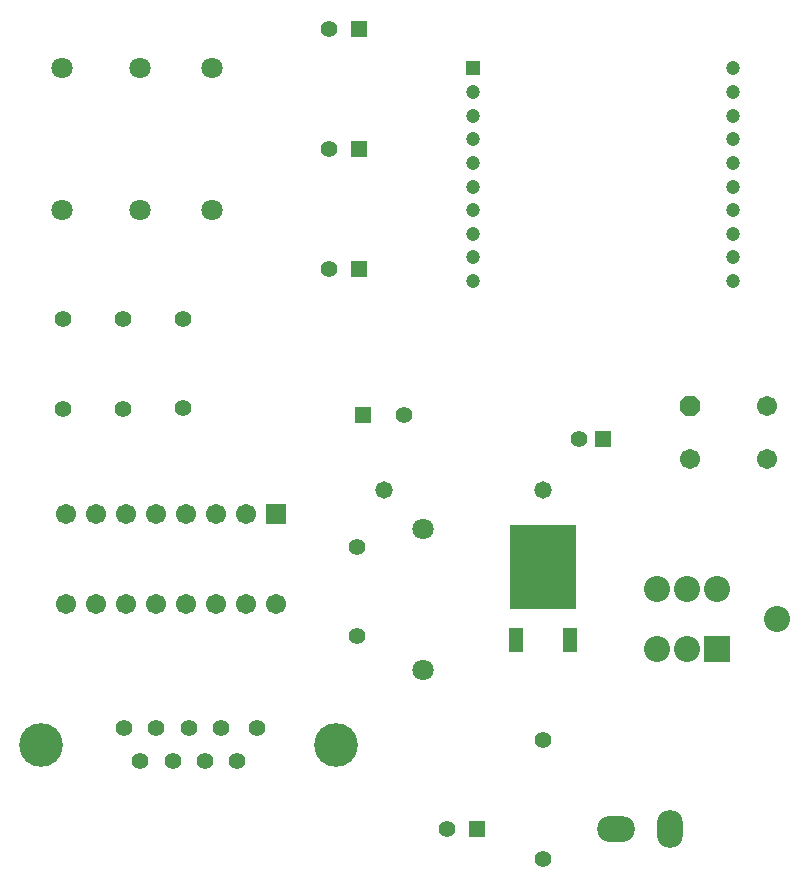
<source format=gts>
%FSLAX44Y44*%
%MOMM*%
G71*
G01*
G75*
G04 Layer_Color=8388736*
%ADD10R,5.5000X6.9000*%
%ADD11R,0.9500X1.9000*%
%ADD12C,1.0000*%
%ADD13O,2.0000X3.0000*%
%ADD14O,3.0000X2.0000*%
%ADD15C,1.0000*%
%ADD16R,1.0000X1.0000*%
%ADD17R,2.0000X2.0000*%
%ADD18C,2.0000*%
%ADD19C,1.2000*%
%ADD20C,3.5000*%
%ADD21R,1.5000X1.5000*%
%ADD22C,1.5000*%
%ADD23R,1.2000X1.2000*%
%ADD24C,1.6000*%
%ADD25C,1.5000*%
%ADD26P,1.6236X8X202.5*%
%ADD27C,1.2700*%
%ADD28C,0.2540*%
%ADD29C,0.2000*%
%ADD30C,0.2500*%
%ADD31R,19.0754X0.2794*%
%ADD32R,1.9558X0.0254*%
%ADD33R,1.1430X0.0254*%
%ADD34R,3.9116X0.0254*%
%ADD35R,1.9812X0.0254*%
%ADD36R,1.1684X0.0254*%
%ADD37R,3.9624X0.0254*%
%ADD38R,2.0066X0.1270*%
%ADD39R,1.2192X0.1270*%
%ADD40R,4.0132X0.0254*%
%ADD41R,4.1148X0.0254*%
%ADD42R,4.1402X0.0254*%
%ADD43R,4.2164X0.0254*%
%ADD44R,4.2418X0.0508*%
%ADD45R,1.2192X0.0254*%
%ADD46R,0.2032X0.0254*%
%ADD47R,0.2540X0.0254*%
%ADD48R,0.3556X0.0254*%
%ADD49R,0.2032X0.3048*%
%ADD50R,0.4318X0.0254*%
%ADD51R,0.2286X0.0254*%
%ADD52R,0.1778X0.0254*%
%ADD53R,0.2286X0.0508*%
%ADD54R,0.4064X0.0254*%
%ADD55R,0.2794X0.0254*%
%ADD56R,0.2032X0.1524*%
%ADD57R,0.2540X0.0508*%
%ADD58R,0.3556X0.0508*%
%ADD59R,0.3048X0.0254*%
%ADD60R,0.2794X0.0508*%
%ADD61R,0.3302X0.0508*%
%ADD62R,0.3302X0.0254*%
%ADD63R,0.2032X0.5334*%
%ADD64R,0.2286X0.0762*%
%ADD65R,0.2286X0.1270*%
%ADD66R,0.3048X0.0508*%
%ADD67R,1.6002X0.0254*%
%ADD68R,1.6256X0.0254*%
%ADD69R,0.2540X0.0762*%
%ADD70R,1.7018X0.0254*%
%ADD71R,1.8034X0.0508*%
%ADD72R,1.8288X0.0254*%
%ADD73R,0.2032X0.0508*%
%ADD74R,1.8796X0.0254*%
%ADD75R,1.9050X0.0508*%
%ADD76R,0.2032X0.1016*%
%ADD77R,0.2032X0.1778*%
%ADD78R,0.2286X0.1016*%
%ADD79R,2.8194X0.0254*%
%ADD80R,2.7940X0.0254*%
%ADD81R,0.2032X0.1270*%
%ADD82R,2.8448X0.0254*%
%ADD83R,0.2032X0.0762*%
%ADD84R,3.0988X0.0254*%
%ADD85R,3.0226X0.0254*%
%ADD86R,3.1750X0.0254*%
%ADD87R,3.2258X0.0254*%
%ADD88R,3.1496X0.0254*%
%ADD89R,0.5334X0.0254*%
%ADD90R,3.4036X0.0254*%
%ADD91R,3.3782X0.0508*%
%ADD92R,0.5080X0.0254*%
%ADD93R,3.4290X0.0254*%
%ADD94R,0.4572X0.0254*%
%ADD95R,3.4798X0.0254*%
%ADD96R,0.5588X0.0508*%
%ADD97R,0.3810X0.0254*%
%ADD98R,0.4826X0.0254*%
%ADD99R,1.4478X0.0508*%
%ADD100R,1.4732X0.0254*%
%ADD101R,1.4986X0.0254*%
%ADD102R,1.5494X0.0254*%
%ADD103R,1.6002X0.0508*%
%ADD104R,1.6256X0.0508*%
%ADD105R,1.6764X0.0762*%
%ADD106R,1.6510X0.0254*%
%ADD107R,1.7018X0.0508*%
%ADD108R,1.9050X0.0254*%
%ADD109R,1.9304X0.0508*%
%ADD110R,0.2794X0.1016*%
%ADD111R,1.8034X0.0254*%
%ADD112R,0.2794X0.0762*%
%ADD113R,1.7780X0.0254*%
%ADD114R,1.7526X0.0254*%
%ADD115R,1.5240X0.0254*%
%ADD116R,0.2032X0.2032*%
%ADD117R,0.8382X0.0254*%
%ADD118R,0.8128X0.0254*%
%ADD119R,0.8890X0.0254*%
%ADD120R,0.9652X0.0254*%
%ADD121R,0.9398X0.0254*%
%ADD122R,0.8636X0.0254*%
%ADD123R,0.9144X0.0254*%
%ADD124R,0.2540X0.1016*%
%ADD125R,0.4318X0.0508*%
%ADD126R,1.8288X0.0508*%
%ADD127R,1.8796X0.0762*%
%ADD128R,0.2286X0.3810*%
%ADD129R,1.4478X0.0254*%
%ADD130R,1.6764X0.1778*%
%ADD131R,1.6764X0.0254*%
%ADD132R,1.6510X0.0762*%
%ADD133R,1.5748X0.0254*%
%ADD134R,0.0254X0.0254*%
%ADD135R,0.0508X0.0254*%
%ADD136R,0.1270X0.0254*%
%ADD137R,0.1524X0.0254*%
%ADD138R,2.5146X0.0254*%
%ADD139R,0.5334X0.0508*%
%ADD140R,2.8702X0.0254*%
%ADD141R,2.8956X0.0254*%
%ADD142R,2.9210X0.1016*%
%ADD143R,2.8956X0.0508*%
%ADD144R,2.9210X0.0254*%
%ADD145R,2.8194X0.0508*%
%ADD146R,2.8448X0.0508*%
%ADD147R,0.2286X0.5842*%
%ADD148R,0.2032X0.4318*%
%ADD149R,1.9558X0.0508*%
%ADD150R,0.3810X0.0508*%
%ADD151R,2.7686X0.0254*%
%ADD152R,2.7432X0.0254*%
%ADD153R,2.4384X0.0254*%
%ADD154R,2.6670X0.0254*%
%ADD155R,0.2032X0.3302*%
%ADD156R,2.3876X0.0254*%
%ADD157R,2.6416X0.0254*%
%ADD158R,1.2446X0.0508*%
%ADD159R,6.2738X0.0254*%
%ADD160R,3.7338X0.0254*%
%ADD161R,3.7592X0.0254*%
%ADD162R,6.2484X0.0254*%
%ADD163R,3.7084X0.0254*%
%ADD164R,1.2446X0.1016*%
%ADD165R,6.1976X0.0254*%
%ADD166R,3.6322X0.0254*%
%ADD167R,3.6830X0.0254*%
%ADD168R,6.1722X0.0254*%
%ADD169R,3.6068X0.0254*%
%ADD170R,3.6068X0.0508*%
%ADD171R,6.1468X0.0254*%
%ADD172R,3.5814X0.0254*%
%ADD173R,6.0198X0.0254*%
%ADD174R,3.4544X0.0508*%
%ADD175R,5.9944X0.0254*%
%ADD176R,3.4544X0.0254*%
%ADD177R,5.9182X0.0254*%
%ADD178R,3.3782X0.0254*%
%ADD179R,18.9738X0.0254*%
%ADD180R,19.0754X0.3302*%
%ADD181R,1.9300X1.2040*%
%ADD182R,5.7032X7.1032*%
%ADD183R,1.1532X2.1032*%
%ADD184O,2.2032X3.2032*%
%ADD185O,3.2032X2.2032*%
%ADD186C,1.2032*%
%ADD187R,1.2032X1.2032*%
%ADD188R,2.2032X2.2032*%
%ADD189C,2.2032*%
%ADD190C,1.4032*%
%ADD191C,3.7032*%
%ADD192R,1.7032X1.7032*%
%ADD193C,1.7032*%
%ADD194R,1.4032X1.4032*%
%ADD195C,1.8032*%
%ADD196C,1.7032*%
%ADD197P,1.8435X8X202.5*%
%ADD198C,1.4732*%
G54D182*
X1417200Y1012500D02*
D03*
G54D183*
X1440000Y950500D02*
D03*
X1394400D02*
D03*
G54D184*
X1524520Y790800D02*
D03*
G54D185*
X1479560D02*
D03*
G54D186*
X1578000Y1434360D02*
D03*
Y1414360D02*
D03*
Y1394360D02*
D03*
Y1374360D02*
D03*
Y1354360D02*
D03*
Y1334360D02*
D03*
Y1314360D02*
D03*
Y1294360D02*
D03*
Y1274360D02*
D03*
Y1254360D02*
D03*
X1358000Y1414360D02*
D03*
Y1394360D02*
D03*
Y1374360D02*
D03*
Y1354360D02*
D03*
Y1334360D02*
D03*
Y1314360D02*
D03*
Y1294360D02*
D03*
Y1274360D02*
D03*
Y1254360D02*
D03*
G54D187*
Y1434360D02*
D03*
G54D188*
X1564520Y943200D02*
D03*
G54D189*
X1615320Y968600D02*
D03*
X1539120Y943200D02*
D03*
X1564520Y994000D02*
D03*
X1513720D02*
D03*
X1539120D02*
D03*
X1513720Y943200D02*
D03*
G54D190*
X1112400Y1222600D02*
D03*
Y1146600D02*
D03*
X1259720Y1029560D02*
D03*
Y953560D02*
D03*
X1158580Y847720D02*
D03*
X1131180D02*
D03*
X1103780D02*
D03*
X1076380D02*
D03*
X1175280Y876120D02*
D03*
X1144880D02*
D03*
X1062680D02*
D03*
X1090080D02*
D03*
X1117480D02*
D03*
X1061600Y1146400D02*
D03*
Y1222400D02*
D03*
X1010800Y1146400D02*
D03*
Y1222400D02*
D03*
X1417200Y865400D02*
D03*
Y765400D02*
D03*
X1299800Y1141320D02*
D03*
X1448000Y1121000D02*
D03*
X1235980Y1264220D02*
D03*
X1335920Y790800D02*
D03*
X1235980Y1365820D02*
D03*
Y1467420D02*
D03*
G54D191*
X1242480Y861920D02*
D03*
X992480D02*
D03*
G54D192*
X1191140Y1057500D02*
D03*
G54D193*
X1165740D02*
D03*
X1140340D02*
D03*
X1114940D02*
D03*
X1089540D02*
D03*
X1064140D02*
D03*
X1038740D02*
D03*
X1013340D02*
D03*
X1191140Y981300D02*
D03*
X1165740D02*
D03*
X1140340D02*
D03*
X1114940D02*
D03*
X1089540D02*
D03*
X1064140D02*
D03*
X1038740D02*
D03*
X1013340D02*
D03*
G54D194*
X1264800Y1141320D02*
D03*
X1468000Y1121000D02*
D03*
X1261380Y1264220D02*
D03*
X1361320Y790800D02*
D03*
X1261380Y1365820D02*
D03*
Y1467420D02*
D03*
G54D195*
X1137300Y1314520D02*
D03*
Y1434520D02*
D03*
X1315600Y1044800D02*
D03*
Y924800D02*
D03*
X1076340Y1314520D02*
D03*
Y1434520D02*
D03*
X1010300Y1314520D02*
D03*
Y1434520D02*
D03*
G54D196*
X1607180Y1103580D02*
D03*
Y1148580D02*
D03*
X1542180Y1103580D02*
D03*
G54D197*
Y1148580D02*
D03*
G54D198*
X1282500Y1077500D02*
D03*
X1417500D02*
D03*
M02*

</source>
